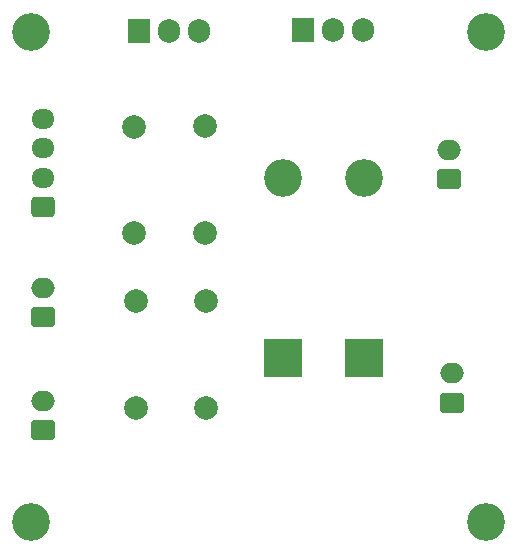
<source format=gbr>
%TF.GenerationSoftware,KiCad,Pcbnew,(6.0.2)*%
%TF.CreationDate,2023-02-13T14:46:01+00:00*%
%TF.ProjectId,solenoid_driver,736f6c65-6e6f-4696-945f-647269766572,rev?*%
%TF.SameCoordinates,Original*%
%TF.FileFunction,Soldermask,Top*%
%TF.FilePolarity,Negative*%
%FSLAX46Y46*%
G04 Gerber Fmt 4.6, Leading zero omitted, Abs format (unit mm)*
G04 Created by KiCad (PCBNEW (6.0.2)) date 2023-02-13 14:46:01*
%MOMM*%
%LPD*%
G01*
G04 APERTURE LIST*
G04 Aperture macros list*
%AMRoundRect*
0 Rectangle with rounded corners*
0 $1 Rounding radius*
0 $2 $3 $4 $5 $6 $7 $8 $9 X,Y pos of 4 corners*
0 Add a 4 corners polygon primitive as box body*
4,1,4,$2,$3,$4,$5,$6,$7,$8,$9,$2,$3,0*
0 Add four circle primitives for the rounded corners*
1,1,$1+$1,$2,$3*
1,1,$1+$1,$4,$5*
1,1,$1+$1,$6,$7*
1,1,$1+$1,$8,$9*
0 Add four rect primitives between the rounded corners*
20,1,$1+$1,$2,$3,$4,$5,0*
20,1,$1+$1,$4,$5,$6,$7,0*
20,1,$1+$1,$6,$7,$8,$9,0*
20,1,$1+$1,$8,$9,$2,$3,0*%
G04 Aperture macros list end*
%ADD10C,3.200000*%
%ADD11RoundRect,0.250000X0.725000X-0.600000X0.725000X0.600000X-0.725000X0.600000X-0.725000X-0.600000X0*%
%ADD12O,1.950000X1.700000*%
%ADD13C,2.000000*%
%ADD14R,3.200000X3.200000*%
%ADD15O,3.200000X3.200000*%
%ADD16RoundRect,0.250000X0.750000X-0.600000X0.750000X0.600000X-0.750000X0.600000X-0.750000X-0.600000X0*%
%ADD17O,2.000000X1.700000*%
%ADD18R,1.905000X2.000000*%
%ADD19O,1.905000X2.000000*%
G04 APERTURE END LIST*
D10*
%TO.C,REF\u002A\u002A*%
X115500000Y-84000000D03*
%TD*%
%TO.C,REF\u002A\u002A*%
X115500000Y-125500000D03*
%TD*%
%TO.C,REF\u002A\u002A*%
X154000000Y-84000000D03*
%TD*%
%TO.C,REF\u002A\u002A*%
X154000000Y-125500000D03*
%TD*%
D11*
%TO.C,J1*%
X116500000Y-98873000D03*
D12*
X116500000Y-96373000D03*
X116500000Y-93873000D03*
X116500000Y-91373000D03*
%TD*%
D13*
%TO.C,R1*%
X130302000Y-115824000D03*
X130302000Y-106824000D03*
%TD*%
D14*
%TO.C,D1*%
X143637000Y-111633000D03*
D15*
X143637000Y-96393000D03*
%TD*%
D14*
%TO.C,D2*%
X136779000Y-111633000D03*
D15*
X136779000Y-96393000D03*
%TD*%
D16*
%TO.C,J4*%
X151113000Y-115423000D03*
D17*
X151113000Y-112923000D03*
%TD*%
D18*
%TO.C,Q1*%
X138493500Y-83883500D03*
D19*
X141033500Y-83883500D03*
X143573500Y-83883500D03*
%TD*%
D18*
%TO.C,Q2*%
X124587000Y-83947000D03*
D19*
X127127000Y-83947000D03*
X129667000Y-83947000D03*
%TD*%
D13*
%TO.C,R2*%
X130175000Y-101020000D03*
X130175000Y-92020000D03*
%TD*%
D16*
%TO.C,J2*%
X116522500Y-108184000D03*
D17*
X116522500Y-105684000D03*
%TD*%
D16*
%TO.C,J3*%
X150859000Y-96500000D03*
D17*
X150859000Y-94000000D03*
%TD*%
D13*
%TO.C,R4*%
X124333000Y-106824000D03*
X124333000Y-115824000D03*
%TD*%
%TO.C,R3*%
X124206000Y-92075000D03*
X124206000Y-101075000D03*
%TD*%
D16*
%TO.C,J5*%
X116459000Y-117729000D03*
D17*
X116459000Y-115229000D03*
%TD*%
M02*

</source>
